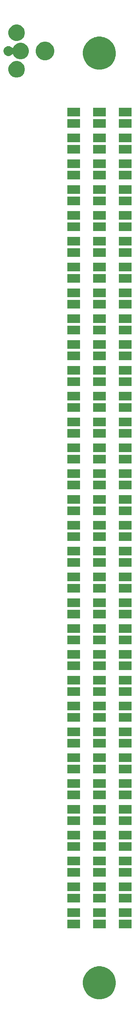
<source format=gts>
G04 #@! TF.GenerationSoftware,KiCad,Pcbnew,5.0.2-bee76a0~70~ubuntu18.04.1*
G04 #@! TF.CreationDate,2020-04-21T07:34:43-07:00*
G04 #@! TF.ProjectId,hallway_backlight,68616c6c-7761-4795-9f62-61636b6c6967,1.0*
G04 #@! TF.SameCoordinates,Original*
G04 #@! TF.FileFunction,Soldermask,Top*
G04 #@! TF.FilePolarity,Negative*
%FSLAX46Y46*%
G04 Gerber Fmt 4.6, Leading zero omitted, Abs format (unit mm)*
G04 Created by KiCad (PCBNEW 5.0.2-bee76a0~70~ubuntu18.04.1) date Tue 21 Apr 2020 07:34:43 AM PDT*
%MOMM*%
%LPD*%
G01*
G04 APERTURE LIST*
%ADD10C,0.150000*%
G04 APERTURE END LIST*
D10*
G36*
X127923706Y-284965118D02*
X128185425Y-285017177D01*
X128491777Y-285144072D01*
X128925025Y-285323529D01*
X129590652Y-285768287D01*
X130156713Y-286334348D01*
X130601471Y-286999975D01*
X130907823Y-287739576D01*
X131064000Y-288524729D01*
X131064000Y-289325271D01*
X130907823Y-290110424D01*
X130601471Y-290850025D01*
X130156713Y-291515652D01*
X129590652Y-292081713D01*
X128925025Y-292526471D01*
X128491777Y-292705928D01*
X128185425Y-292832823D01*
X127923706Y-292884882D01*
X127400271Y-292989000D01*
X126599729Y-292989000D01*
X126076294Y-292884882D01*
X125814575Y-292832823D01*
X125508223Y-292705928D01*
X125074975Y-292526471D01*
X124409348Y-292081713D01*
X123843287Y-291515652D01*
X123398529Y-290850025D01*
X123092177Y-290110424D01*
X122936000Y-289325271D01*
X122936000Y-288524729D01*
X123092177Y-287739576D01*
X123398529Y-286999975D01*
X123843287Y-286334348D01*
X124409348Y-285768287D01*
X125074975Y-285323529D01*
X125508223Y-285144072D01*
X125814575Y-285017177D01*
X126076294Y-284965118D01*
X126599729Y-284861000D01*
X127400271Y-284861000D01*
X127923706Y-284965118D01*
X127923706Y-284965118D01*
G37*
G36*
X134899400Y-275501100D02*
X131800600Y-275501100D01*
X131800600Y-273392900D01*
X134899400Y-273392900D01*
X134899400Y-275501100D01*
X134899400Y-275501100D01*
G37*
G36*
X122199400Y-275501100D02*
X119100600Y-275501100D01*
X119100600Y-273392900D01*
X122199400Y-273392900D01*
X122199400Y-275501100D01*
X122199400Y-275501100D01*
G37*
G36*
X128549400Y-275501100D02*
X125450600Y-275501100D01*
X125450600Y-273392900D01*
X128549400Y-273392900D01*
X128549400Y-275501100D01*
X128549400Y-275501100D01*
G37*
G36*
X122199400Y-272707100D02*
X119100600Y-272707100D01*
X119100600Y-270598900D01*
X122199400Y-270598900D01*
X122199400Y-272707100D01*
X122199400Y-272707100D01*
G37*
G36*
X128549400Y-272707100D02*
X125450600Y-272707100D01*
X125450600Y-270598900D01*
X128549400Y-270598900D01*
X128549400Y-272707100D01*
X128549400Y-272707100D01*
G37*
G36*
X134899400Y-272707100D02*
X131800600Y-272707100D01*
X131800600Y-270598900D01*
X134899400Y-270598900D01*
X134899400Y-272707100D01*
X134899400Y-272707100D01*
G37*
G36*
X134899400Y-269151100D02*
X131800600Y-269151100D01*
X131800600Y-267042900D01*
X134899400Y-267042900D01*
X134899400Y-269151100D01*
X134899400Y-269151100D01*
G37*
G36*
X128549400Y-269151100D02*
X125450600Y-269151100D01*
X125450600Y-267042900D01*
X128549400Y-267042900D01*
X128549400Y-269151100D01*
X128549400Y-269151100D01*
G37*
G36*
X122199400Y-269151100D02*
X119100600Y-269151100D01*
X119100600Y-267042900D01*
X122199400Y-267042900D01*
X122199400Y-269151100D01*
X122199400Y-269151100D01*
G37*
G36*
X134899400Y-266357100D02*
X131800600Y-266357100D01*
X131800600Y-264248900D01*
X134899400Y-264248900D01*
X134899400Y-266357100D01*
X134899400Y-266357100D01*
G37*
G36*
X128549400Y-266357100D02*
X125450600Y-266357100D01*
X125450600Y-264248900D01*
X128549400Y-264248900D01*
X128549400Y-266357100D01*
X128549400Y-266357100D01*
G37*
G36*
X122199400Y-266357100D02*
X119100600Y-266357100D01*
X119100600Y-264248900D01*
X122199400Y-264248900D01*
X122199400Y-266357100D01*
X122199400Y-266357100D01*
G37*
G36*
X128549400Y-262801100D02*
X125450600Y-262801100D01*
X125450600Y-260692900D01*
X128549400Y-260692900D01*
X128549400Y-262801100D01*
X128549400Y-262801100D01*
G37*
G36*
X122199400Y-262801100D02*
X119100600Y-262801100D01*
X119100600Y-260692900D01*
X122199400Y-260692900D01*
X122199400Y-262801100D01*
X122199400Y-262801100D01*
G37*
G36*
X134899400Y-262801100D02*
X131800600Y-262801100D01*
X131800600Y-260692900D01*
X134899400Y-260692900D01*
X134899400Y-262801100D01*
X134899400Y-262801100D01*
G37*
G36*
X134899400Y-260007100D02*
X131800600Y-260007100D01*
X131800600Y-257898900D01*
X134899400Y-257898900D01*
X134899400Y-260007100D01*
X134899400Y-260007100D01*
G37*
G36*
X128549400Y-260007100D02*
X125450600Y-260007100D01*
X125450600Y-257898900D01*
X128549400Y-257898900D01*
X128549400Y-260007100D01*
X128549400Y-260007100D01*
G37*
G36*
X122199400Y-260007100D02*
X119100600Y-260007100D01*
X119100600Y-257898900D01*
X122199400Y-257898900D01*
X122199400Y-260007100D01*
X122199400Y-260007100D01*
G37*
G36*
X128549400Y-256451100D02*
X125450600Y-256451100D01*
X125450600Y-254342900D01*
X128549400Y-254342900D01*
X128549400Y-256451100D01*
X128549400Y-256451100D01*
G37*
G36*
X134899400Y-256451100D02*
X131800600Y-256451100D01*
X131800600Y-254342900D01*
X134899400Y-254342900D01*
X134899400Y-256451100D01*
X134899400Y-256451100D01*
G37*
G36*
X122199400Y-256451100D02*
X119100600Y-256451100D01*
X119100600Y-254342900D01*
X122199400Y-254342900D01*
X122199400Y-256451100D01*
X122199400Y-256451100D01*
G37*
G36*
X122199400Y-253657100D02*
X119100600Y-253657100D01*
X119100600Y-251548900D01*
X122199400Y-251548900D01*
X122199400Y-253657100D01*
X122199400Y-253657100D01*
G37*
G36*
X128549400Y-253657100D02*
X125450600Y-253657100D01*
X125450600Y-251548900D01*
X128549400Y-251548900D01*
X128549400Y-253657100D01*
X128549400Y-253657100D01*
G37*
G36*
X134899400Y-253657100D02*
X131800600Y-253657100D01*
X131800600Y-251548900D01*
X134899400Y-251548900D01*
X134899400Y-253657100D01*
X134899400Y-253657100D01*
G37*
G36*
X122199400Y-250101100D02*
X119100600Y-250101100D01*
X119100600Y-247992900D01*
X122199400Y-247992900D01*
X122199400Y-250101100D01*
X122199400Y-250101100D01*
G37*
G36*
X128549400Y-250101100D02*
X125450600Y-250101100D01*
X125450600Y-247992900D01*
X128549400Y-247992900D01*
X128549400Y-250101100D01*
X128549400Y-250101100D01*
G37*
G36*
X134899400Y-250101100D02*
X131800600Y-250101100D01*
X131800600Y-247992900D01*
X134899400Y-247992900D01*
X134899400Y-250101100D01*
X134899400Y-250101100D01*
G37*
G36*
X122199400Y-247307100D02*
X119100600Y-247307100D01*
X119100600Y-245198900D01*
X122199400Y-245198900D01*
X122199400Y-247307100D01*
X122199400Y-247307100D01*
G37*
G36*
X128549400Y-247307100D02*
X125450600Y-247307100D01*
X125450600Y-245198900D01*
X128549400Y-245198900D01*
X128549400Y-247307100D01*
X128549400Y-247307100D01*
G37*
G36*
X134899400Y-247307100D02*
X131800600Y-247307100D01*
X131800600Y-245198900D01*
X134899400Y-245198900D01*
X134899400Y-247307100D01*
X134899400Y-247307100D01*
G37*
G36*
X134899400Y-243751100D02*
X131800600Y-243751100D01*
X131800600Y-241642900D01*
X134899400Y-241642900D01*
X134899400Y-243751100D01*
X134899400Y-243751100D01*
G37*
G36*
X128549400Y-243751100D02*
X125450600Y-243751100D01*
X125450600Y-241642900D01*
X128549400Y-241642900D01*
X128549400Y-243751100D01*
X128549400Y-243751100D01*
G37*
G36*
X122199400Y-243751100D02*
X119100600Y-243751100D01*
X119100600Y-241642900D01*
X122199400Y-241642900D01*
X122199400Y-243751100D01*
X122199400Y-243751100D01*
G37*
G36*
X134899400Y-240957100D02*
X131800600Y-240957100D01*
X131800600Y-238848900D01*
X134899400Y-238848900D01*
X134899400Y-240957100D01*
X134899400Y-240957100D01*
G37*
G36*
X122199400Y-240957100D02*
X119100600Y-240957100D01*
X119100600Y-238848900D01*
X122199400Y-238848900D01*
X122199400Y-240957100D01*
X122199400Y-240957100D01*
G37*
G36*
X128549400Y-240957100D02*
X125450600Y-240957100D01*
X125450600Y-238848900D01*
X128549400Y-238848900D01*
X128549400Y-240957100D01*
X128549400Y-240957100D01*
G37*
G36*
X122199400Y-237401100D02*
X119100600Y-237401100D01*
X119100600Y-235292900D01*
X122199400Y-235292900D01*
X122199400Y-237401100D01*
X122199400Y-237401100D01*
G37*
G36*
X134899400Y-237401100D02*
X131800600Y-237401100D01*
X131800600Y-235292900D01*
X134899400Y-235292900D01*
X134899400Y-237401100D01*
X134899400Y-237401100D01*
G37*
G36*
X128549400Y-237401100D02*
X125450600Y-237401100D01*
X125450600Y-235292900D01*
X128549400Y-235292900D01*
X128549400Y-237401100D01*
X128549400Y-237401100D01*
G37*
G36*
X128549400Y-234607100D02*
X125450600Y-234607100D01*
X125450600Y-232498900D01*
X128549400Y-232498900D01*
X128549400Y-234607100D01*
X128549400Y-234607100D01*
G37*
G36*
X122199400Y-234607100D02*
X119100600Y-234607100D01*
X119100600Y-232498900D01*
X122199400Y-232498900D01*
X122199400Y-234607100D01*
X122199400Y-234607100D01*
G37*
G36*
X134899400Y-234607100D02*
X131800600Y-234607100D01*
X131800600Y-232498900D01*
X134899400Y-232498900D01*
X134899400Y-234607100D01*
X134899400Y-234607100D01*
G37*
G36*
X128549400Y-231051100D02*
X125450600Y-231051100D01*
X125450600Y-228942900D01*
X128549400Y-228942900D01*
X128549400Y-231051100D01*
X128549400Y-231051100D01*
G37*
G36*
X134899400Y-231051100D02*
X131800600Y-231051100D01*
X131800600Y-228942900D01*
X134899400Y-228942900D01*
X134899400Y-231051100D01*
X134899400Y-231051100D01*
G37*
G36*
X122199400Y-231051100D02*
X119100600Y-231051100D01*
X119100600Y-228942900D01*
X122199400Y-228942900D01*
X122199400Y-231051100D01*
X122199400Y-231051100D01*
G37*
G36*
X134899400Y-228257100D02*
X131800600Y-228257100D01*
X131800600Y-226148900D01*
X134899400Y-226148900D01*
X134899400Y-228257100D01*
X134899400Y-228257100D01*
G37*
G36*
X128549400Y-228257100D02*
X125450600Y-228257100D01*
X125450600Y-226148900D01*
X128549400Y-226148900D01*
X128549400Y-228257100D01*
X128549400Y-228257100D01*
G37*
G36*
X122199400Y-228257100D02*
X119100600Y-228257100D01*
X119100600Y-226148900D01*
X122199400Y-226148900D01*
X122199400Y-228257100D01*
X122199400Y-228257100D01*
G37*
G36*
X128549400Y-224701100D02*
X125450600Y-224701100D01*
X125450600Y-222592900D01*
X128549400Y-222592900D01*
X128549400Y-224701100D01*
X128549400Y-224701100D01*
G37*
G36*
X134899400Y-224701100D02*
X131800600Y-224701100D01*
X131800600Y-222592900D01*
X134899400Y-222592900D01*
X134899400Y-224701100D01*
X134899400Y-224701100D01*
G37*
G36*
X122199400Y-224701100D02*
X119100600Y-224701100D01*
X119100600Y-222592900D01*
X122199400Y-222592900D01*
X122199400Y-224701100D01*
X122199400Y-224701100D01*
G37*
G36*
X134899400Y-221907100D02*
X131800600Y-221907100D01*
X131800600Y-219798900D01*
X134899400Y-219798900D01*
X134899400Y-221907100D01*
X134899400Y-221907100D01*
G37*
G36*
X122199400Y-221907100D02*
X119100600Y-221907100D01*
X119100600Y-219798900D01*
X122199400Y-219798900D01*
X122199400Y-221907100D01*
X122199400Y-221907100D01*
G37*
G36*
X128549400Y-221907100D02*
X125450600Y-221907100D01*
X125450600Y-219798900D01*
X128549400Y-219798900D01*
X128549400Y-221907100D01*
X128549400Y-221907100D01*
G37*
G36*
X128549400Y-218351100D02*
X125450600Y-218351100D01*
X125450600Y-216242900D01*
X128549400Y-216242900D01*
X128549400Y-218351100D01*
X128549400Y-218351100D01*
G37*
G36*
X122199400Y-218351100D02*
X119100600Y-218351100D01*
X119100600Y-216242900D01*
X122199400Y-216242900D01*
X122199400Y-218351100D01*
X122199400Y-218351100D01*
G37*
G36*
X134899400Y-218351100D02*
X131800600Y-218351100D01*
X131800600Y-216242900D01*
X134899400Y-216242900D01*
X134899400Y-218351100D01*
X134899400Y-218351100D01*
G37*
G36*
X128549400Y-215557100D02*
X125450600Y-215557100D01*
X125450600Y-213448900D01*
X128549400Y-213448900D01*
X128549400Y-215557100D01*
X128549400Y-215557100D01*
G37*
G36*
X122199400Y-215557100D02*
X119100600Y-215557100D01*
X119100600Y-213448900D01*
X122199400Y-213448900D01*
X122199400Y-215557100D01*
X122199400Y-215557100D01*
G37*
G36*
X134899400Y-215557100D02*
X131800600Y-215557100D01*
X131800600Y-213448900D01*
X134899400Y-213448900D01*
X134899400Y-215557100D01*
X134899400Y-215557100D01*
G37*
G36*
X122199400Y-212001100D02*
X119100600Y-212001100D01*
X119100600Y-209892900D01*
X122199400Y-209892900D01*
X122199400Y-212001100D01*
X122199400Y-212001100D01*
G37*
G36*
X134899400Y-212001100D02*
X131800600Y-212001100D01*
X131800600Y-209892900D01*
X134899400Y-209892900D01*
X134899400Y-212001100D01*
X134899400Y-212001100D01*
G37*
G36*
X128549400Y-212001100D02*
X125450600Y-212001100D01*
X125450600Y-209892900D01*
X128549400Y-209892900D01*
X128549400Y-212001100D01*
X128549400Y-212001100D01*
G37*
G36*
X128549400Y-209207100D02*
X125450600Y-209207100D01*
X125450600Y-207098900D01*
X128549400Y-207098900D01*
X128549400Y-209207100D01*
X128549400Y-209207100D01*
G37*
G36*
X134899400Y-209207100D02*
X131800600Y-209207100D01*
X131800600Y-207098900D01*
X134899400Y-207098900D01*
X134899400Y-209207100D01*
X134899400Y-209207100D01*
G37*
G36*
X122199400Y-209207100D02*
X119100600Y-209207100D01*
X119100600Y-207098900D01*
X122199400Y-207098900D01*
X122199400Y-209207100D01*
X122199400Y-209207100D01*
G37*
G36*
X134899400Y-205651100D02*
X131800600Y-205651100D01*
X131800600Y-203542900D01*
X134899400Y-203542900D01*
X134899400Y-205651100D01*
X134899400Y-205651100D01*
G37*
G36*
X128549400Y-205651100D02*
X125450600Y-205651100D01*
X125450600Y-203542900D01*
X128549400Y-203542900D01*
X128549400Y-205651100D01*
X128549400Y-205651100D01*
G37*
G36*
X122199400Y-205651100D02*
X119100600Y-205651100D01*
X119100600Y-203542900D01*
X122199400Y-203542900D01*
X122199400Y-205651100D01*
X122199400Y-205651100D01*
G37*
G36*
X128549400Y-202857100D02*
X125450600Y-202857100D01*
X125450600Y-200748900D01*
X128549400Y-200748900D01*
X128549400Y-202857100D01*
X128549400Y-202857100D01*
G37*
G36*
X134899400Y-202857100D02*
X131800600Y-202857100D01*
X131800600Y-200748900D01*
X134899400Y-200748900D01*
X134899400Y-202857100D01*
X134899400Y-202857100D01*
G37*
G36*
X122199400Y-202857100D02*
X119100600Y-202857100D01*
X119100600Y-200748900D01*
X122199400Y-200748900D01*
X122199400Y-202857100D01*
X122199400Y-202857100D01*
G37*
G36*
X134899400Y-199301100D02*
X131800600Y-199301100D01*
X131800600Y-197192900D01*
X134899400Y-197192900D01*
X134899400Y-199301100D01*
X134899400Y-199301100D01*
G37*
G36*
X122199400Y-199301100D02*
X119100600Y-199301100D01*
X119100600Y-197192900D01*
X122199400Y-197192900D01*
X122199400Y-199301100D01*
X122199400Y-199301100D01*
G37*
G36*
X128549400Y-199301100D02*
X125450600Y-199301100D01*
X125450600Y-197192900D01*
X128549400Y-197192900D01*
X128549400Y-199301100D01*
X128549400Y-199301100D01*
G37*
G36*
X134899400Y-196507100D02*
X131800600Y-196507100D01*
X131800600Y-194398900D01*
X134899400Y-194398900D01*
X134899400Y-196507100D01*
X134899400Y-196507100D01*
G37*
G36*
X128549400Y-196507100D02*
X125450600Y-196507100D01*
X125450600Y-194398900D01*
X128549400Y-194398900D01*
X128549400Y-196507100D01*
X128549400Y-196507100D01*
G37*
G36*
X122199400Y-196507100D02*
X119100600Y-196507100D01*
X119100600Y-194398900D01*
X122199400Y-194398900D01*
X122199400Y-196507100D01*
X122199400Y-196507100D01*
G37*
G36*
X134899400Y-192951100D02*
X131800600Y-192951100D01*
X131800600Y-190842900D01*
X134899400Y-190842900D01*
X134899400Y-192951100D01*
X134899400Y-192951100D01*
G37*
G36*
X122199400Y-192951100D02*
X119100600Y-192951100D01*
X119100600Y-190842900D01*
X122199400Y-190842900D01*
X122199400Y-192951100D01*
X122199400Y-192951100D01*
G37*
G36*
X128549400Y-192951100D02*
X125450600Y-192951100D01*
X125450600Y-190842900D01*
X128549400Y-190842900D01*
X128549400Y-192951100D01*
X128549400Y-192951100D01*
G37*
G36*
X134899400Y-190157100D02*
X131800600Y-190157100D01*
X131800600Y-188048900D01*
X134899400Y-188048900D01*
X134899400Y-190157100D01*
X134899400Y-190157100D01*
G37*
G36*
X128549400Y-190157100D02*
X125450600Y-190157100D01*
X125450600Y-188048900D01*
X128549400Y-188048900D01*
X128549400Y-190157100D01*
X128549400Y-190157100D01*
G37*
G36*
X122199400Y-190157100D02*
X119100600Y-190157100D01*
X119100600Y-188048900D01*
X122199400Y-188048900D01*
X122199400Y-190157100D01*
X122199400Y-190157100D01*
G37*
G36*
X122199400Y-186601100D02*
X119100600Y-186601100D01*
X119100600Y-184492900D01*
X122199400Y-184492900D01*
X122199400Y-186601100D01*
X122199400Y-186601100D01*
G37*
G36*
X128549400Y-186601100D02*
X125450600Y-186601100D01*
X125450600Y-184492900D01*
X128549400Y-184492900D01*
X128549400Y-186601100D01*
X128549400Y-186601100D01*
G37*
G36*
X134899400Y-186601100D02*
X131800600Y-186601100D01*
X131800600Y-184492900D01*
X134899400Y-184492900D01*
X134899400Y-186601100D01*
X134899400Y-186601100D01*
G37*
G36*
X122199400Y-183807100D02*
X119100600Y-183807100D01*
X119100600Y-181698900D01*
X122199400Y-181698900D01*
X122199400Y-183807100D01*
X122199400Y-183807100D01*
G37*
G36*
X134899400Y-183807100D02*
X131800600Y-183807100D01*
X131800600Y-181698900D01*
X134899400Y-181698900D01*
X134899400Y-183807100D01*
X134899400Y-183807100D01*
G37*
G36*
X128549400Y-183807100D02*
X125450600Y-183807100D01*
X125450600Y-181698900D01*
X128549400Y-181698900D01*
X128549400Y-183807100D01*
X128549400Y-183807100D01*
G37*
G36*
X128549400Y-180251100D02*
X125450600Y-180251100D01*
X125450600Y-178142900D01*
X128549400Y-178142900D01*
X128549400Y-180251100D01*
X128549400Y-180251100D01*
G37*
G36*
X134899400Y-180251100D02*
X131800600Y-180251100D01*
X131800600Y-178142900D01*
X134899400Y-178142900D01*
X134899400Y-180251100D01*
X134899400Y-180251100D01*
G37*
G36*
X122199400Y-180251100D02*
X119100600Y-180251100D01*
X119100600Y-178142900D01*
X122199400Y-178142900D01*
X122199400Y-180251100D01*
X122199400Y-180251100D01*
G37*
G36*
X134899400Y-177457100D02*
X131800600Y-177457100D01*
X131800600Y-175348900D01*
X134899400Y-175348900D01*
X134899400Y-177457100D01*
X134899400Y-177457100D01*
G37*
G36*
X122199400Y-177457100D02*
X119100600Y-177457100D01*
X119100600Y-175348900D01*
X122199400Y-175348900D01*
X122199400Y-177457100D01*
X122199400Y-177457100D01*
G37*
G36*
X128549400Y-177457100D02*
X125450600Y-177457100D01*
X125450600Y-175348900D01*
X128549400Y-175348900D01*
X128549400Y-177457100D01*
X128549400Y-177457100D01*
G37*
G36*
X134899400Y-173901100D02*
X131800600Y-173901100D01*
X131800600Y-171792900D01*
X134899400Y-171792900D01*
X134899400Y-173901100D01*
X134899400Y-173901100D01*
G37*
G36*
X128549400Y-173901100D02*
X125450600Y-173901100D01*
X125450600Y-171792900D01*
X128549400Y-171792900D01*
X128549400Y-173901100D01*
X128549400Y-173901100D01*
G37*
G36*
X122199400Y-173901100D02*
X119100600Y-173901100D01*
X119100600Y-171792900D01*
X122199400Y-171792900D01*
X122199400Y-173901100D01*
X122199400Y-173901100D01*
G37*
G36*
X122199400Y-171107100D02*
X119100600Y-171107100D01*
X119100600Y-168998900D01*
X122199400Y-168998900D01*
X122199400Y-171107100D01*
X122199400Y-171107100D01*
G37*
G36*
X128549400Y-171107100D02*
X125450600Y-171107100D01*
X125450600Y-168998900D01*
X128549400Y-168998900D01*
X128549400Y-171107100D01*
X128549400Y-171107100D01*
G37*
G36*
X134899400Y-171107100D02*
X131800600Y-171107100D01*
X131800600Y-168998900D01*
X134899400Y-168998900D01*
X134899400Y-171107100D01*
X134899400Y-171107100D01*
G37*
G36*
X128549400Y-167551100D02*
X125450600Y-167551100D01*
X125450600Y-165442900D01*
X128549400Y-165442900D01*
X128549400Y-167551100D01*
X128549400Y-167551100D01*
G37*
G36*
X134899400Y-167551100D02*
X131800600Y-167551100D01*
X131800600Y-165442900D01*
X134899400Y-165442900D01*
X134899400Y-167551100D01*
X134899400Y-167551100D01*
G37*
G36*
X122199400Y-167551100D02*
X119100600Y-167551100D01*
X119100600Y-165442900D01*
X122199400Y-165442900D01*
X122199400Y-167551100D01*
X122199400Y-167551100D01*
G37*
G36*
X128549400Y-164757100D02*
X125450600Y-164757100D01*
X125450600Y-162648900D01*
X128549400Y-162648900D01*
X128549400Y-164757100D01*
X128549400Y-164757100D01*
G37*
G36*
X134899400Y-164757100D02*
X131800600Y-164757100D01*
X131800600Y-162648900D01*
X134899400Y-162648900D01*
X134899400Y-164757100D01*
X134899400Y-164757100D01*
G37*
G36*
X122199400Y-164757100D02*
X119100600Y-164757100D01*
X119100600Y-162648900D01*
X122199400Y-162648900D01*
X122199400Y-164757100D01*
X122199400Y-164757100D01*
G37*
G36*
X122199400Y-161201100D02*
X119100600Y-161201100D01*
X119100600Y-159092900D01*
X122199400Y-159092900D01*
X122199400Y-161201100D01*
X122199400Y-161201100D01*
G37*
G36*
X134899400Y-161201100D02*
X131800600Y-161201100D01*
X131800600Y-159092900D01*
X134899400Y-159092900D01*
X134899400Y-161201100D01*
X134899400Y-161201100D01*
G37*
G36*
X128549400Y-161201100D02*
X125450600Y-161201100D01*
X125450600Y-159092900D01*
X128549400Y-159092900D01*
X128549400Y-161201100D01*
X128549400Y-161201100D01*
G37*
G36*
X128549400Y-158407100D02*
X125450600Y-158407100D01*
X125450600Y-156298900D01*
X128549400Y-156298900D01*
X128549400Y-158407100D01*
X128549400Y-158407100D01*
G37*
G36*
X134899400Y-158407100D02*
X131800600Y-158407100D01*
X131800600Y-156298900D01*
X134899400Y-156298900D01*
X134899400Y-158407100D01*
X134899400Y-158407100D01*
G37*
G36*
X122199400Y-158407100D02*
X119100600Y-158407100D01*
X119100600Y-156298900D01*
X122199400Y-156298900D01*
X122199400Y-158407100D01*
X122199400Y-158407100D01*
G37*
G36*
X128549400Y-154851100D02*
X125450600Y-154851100D01*
X125450600Y-152742900D01*
X128549400Y-152742900D01*
X128549400Y-154851100D01*
X128549400Y-154851100D01*
G37*
G36*
X122199400Y-154851100D02*
X119100600Y-154851100D01*
X119100600Y-152742900D01*
X122199400Y-152742900D01*
X122199400Y-154851100D01*
X122199400Y-154851100D01*
G37*
G36*
X134899400Y-154851100D02*
X131800600Y-154851100D01*
X131800600Y-152742900D01*
X134899400Y-152742900D01*
X134899400Y-154851100D01*
X134899400Y-154851100D01*
G37*
G36*
X134899400Y-152057100D02*
X131800600Y-152057100D01*
X131800600Y-149948900D01*
X134899400Y-149948900D01*
X134899400Y-152057100D01*
X134899400Y-152057100D01*
G37*
G36*
X122199400Y-152057100D02*
X119100600Y-152057100D01*
X119100600Y-149948900D01*
X122199400Y-149948900D01*
X122199400Y-152057100D01*
X122199400Y-152057100D01*
G37*
G36*
X128549400Y-152057100D02*
X125450600Y-152057100D01*
X125450600Y-149948900D01*
X128549400Y-149948900D01*
X128549400Y-152057100D01*
X128549400Y-152057100D01*
G37*
G36*
X122199400Y-148501100D02*
X119100600Y-148501100D01*
X119100600Y-146392900D01*
X122199400Y-146392900D01*
X122199400Y-148501100D01*
X122199400Y-148501100D01*
G37*
G36*
X134899400Y-148501100D02*
X131800600Y-148501100D01*
X131800600Y-146392900D01*
X134899400Y-146392900D01*
X134899400Y-148501100D01*
X134899400Y-148501100D01*
G37*
G36*
X128549400Y-148501100D02*
X125450600Y-148501100D01*
X125450600Y-146392900D01*
X128549400Y-146392900D01*
X128549400Y-148501100D01*
X128549400Y-148501100D01*
G37*
G36*
X122199400Y-145707100D02*
X119100600Y-145707100D01*
X119100600Y-143598900D01*
X122199400Y-143598900D01*
X122199400Y-145707100D01*
X122199400Y-145707100D01*
G37*
G36*
X128549400Y-145707100D02*
X125450600Y-145707100D01*
X125450600Y-143598900D01*
X128549400Y-143598900D01*
X128549400Y-145707100D01*
X128549400Y-145707100D01*
G37*
G36*
X134899400Y-145707100D02*
X131800600Y-145707100D01*
X131800600Y-143598900D01*
X134899400Y-143598900D01*
X134899400Y-145707100D01*
X134899400Y-145707100D01*
G37*
G36*
X122199400Y-142151100D02*
X119100600Y-142151100D01*
X119100600Y-140042900D01*
X122199400Y-140042900D01*
X122199400Y-142151100D01*
X122199400Y-142151100D01*
G37*
G36*
X134899400Y-142151100D02*
X131800600Y-142151100D01*
X131800600Y-140042900D01*
X134899400Y-140042900D01*
X134899400Y-142151100D01*
X134899400Y-142151100D01*
G37*
G36*
X128549400Y-142151100D02*
X125450600Y-142151100D01*
X125450600Y-140042900D01*
X128549400Y-140042900D01*
X128549400Y-142151100D01*
X128549400Y-142151100D01*
G37*
G36*
X128549400Y-139357100D02*
X125450600Y-139357100D01*
X125450600Y-137248900D01*
X128549400Y-137248900D01*
X128549400Y-139357100D01*
X128549400Y-139357100D01*
G37*
G36*
X122199400Y-139357100D02*
X119100600Y-139357100D01*
X119100600Y-137248900D01*
X122199400Y-137248900D01*
X122199400Y-139357100D01*
X122199400Y-139357100D01*
G37*
G36*
X134899400Y-139357100D02*
X131800600Y-139357100D01*
X131800600Y-137248900D01*
X134899400Y-137248900D01*
X134899400Y-139357100D01*
X134899400Y-139357100D01*
G37*
G36*
X128549400Y-135801100D02*
X125450600Y-135801100D01*
X125450600Y-133692900D01*
X128549400Y-133692900D01*
X128549400Y-135801100D01*
X128549400Y-135801100D01*
G37*
G36*
X122199400Y-135801100D02*
X119100600Y-135801100D01*
X119100600Y-133692900D01*
X122199400Y-133692900D01*
X122199400Y-135801100D01*
X122199400Y-135801100D01*
G37*
G36*
X134899400Y-135801100D02*
X131800600Y-135801100D01*
X131800600Y-133692900D01*
X134899400Y-133692900D01*
X134899400Y-135801100D01*
X134899400Y-135801100D01*
G37*
G36*
X128549400Y-133007100D02*
X125450600Y-133007100D01*
X125450600Y-130898900D01*
X128549400Y-130898900D01*
X128549400Y-133007100D01*
X128549400Y-133007100D01*
G37*
G36*
X134899400Y-133007100D02*
X131800600Y-133007100D01*
X131800600Y-130898900D01*
X134899400Y-130898900D01*
X134899400Y-133007100D01*
X134899400Y-133007100D01*
G37*
G36*
X122199400Y-133007100D02*
X119100600Y-133007100D01*
X119100600Y-130898900D01*
X122199400Y-130898900D01*
X122199400Y-133007100D01*
X122199400Y-133007100D01*
G37*
G36*
X122199400Y-129451100D02*
X119100600Y-129451100D01*
X119100600Y-127342900D01*
X122199400Y-127342900D01*
X122199400Y-129451100D01*
X122199400Y-129451100D01*
G37*
G36*
X128549400Y-129451100D02*
X125450600Y-129451100D01*
X125450600Y-127342900D01*
X128549400Y-127342900D01*
X128549400Y-129451100D01*
X128549400Y-129451100D01*
G37*
G36*
X134899400Y-129451100D02*
X131800600Y-129451100D01*
X131800600Y-127342900D01*
X134899400Y-127342900D01*
X134899400Y-129451100D01*
X134899400Y-129451100D01*
G37*
G36*
X134899400Y-126657100D02*
X131800600Y-126657100D01*
X131800600Y-124548900D01*
X134899400Y-124548900D01*
X134899400Y-126657100D01*
X134899400Y-126657100D01*
G37*
G36*
X128549400Y-126657100D02*
X125450600Y-126657100D01*
X125450600Y-124548900D01*
X128549400Y-124548900D01*
X128549400Y-126657100D01*
X128549400Y-126657100D01*
G37*
G36*
X122199400Y-126657100D02*
X119100600Y-126657100D01*
X119100600Y-124548900D01*
X122199400Y-124548900D01*
X122199400Y-126657100D01*
X122199400Y-126657100D01*
G37*
G36*
X128549400Y-123101100D02*
X125450600Y-123101100D01*
X125450600Y-120992900D01*
X128549400Y-120992900D01*
X128549400Y-123101100D01*
X128549400Y-123101100D01*
G37*
G36*
X134899400Y-123101100D02*
X131800600Y-123101100D01*
X131800600Y-120992900D01*
X134899400Y-120992900D01*
X134899400Y-123101100D01*
X134899400Y-123101100D01*
G37*
G36*
X122199400Y-123101100D02*
X119100600Y-123101100D01*
X119100600Y-120992900D01*
X122199400Y-120992900D01*
X122199400Y-123101100D01*
X122199400Y-123101100D01*
G37*
G36*
X128549400Y-120307100D02*
X125450600Y-120307100D01*
X125450600Y-118198900D01*
X128549400Y-118198900D01*
X128549400Y-120307100D01*
X128549400Y-120307100D01*
G37*
G36*
X122199400Y-120307100D02*
X119100600Y-120307100D01*
X119100600Y-118198900D01*
X122199400Y-118198900D01*
X122199400Y-120307100D01*
X122199400Y-120307100D01*
G37*
G36*
X134899400Y-120307100D02*
X131800600Y-120307100D01*
X131800600Y-118198900D01*
X134899400Y-118198900D01*
X134899400Y-120307100D01*
X134899400Y-120307100D01*
G37*
G36*
X122199400Y-116751100D02*
X119100600Y-116751100D01*
X119100600Y-114642900D01*
X122199400Y-114642900D01*
X122199400Y-116751100D01*
X122199400Y-116751100D01*
G37*
G36*
X134899400Y-116751100D02*
X131800600Y-116751100D01*
X131800600Y-114642900D01*
X134899400Y-114642900D01*
X134899400Y-116751100D01*
X134899400Y-116751100D01*
G37*
G36*
X128549400Y-116751100D02*
X125450600Y-116751100D01*
X125450600Y-114642900D01*
X128549400Y-114642900D01*
X128549400Y-116751100D01*
X128549400Y-116751100D01*
G37*
G36*
X134899400Y-113957100D02*
X131800600Y-113957100D01*
X131800600Y-111848900D01*
X134899400Y-111848900D01*
X134899400Y-113957100D01*
X134899400Y-113957100D01*
G37*
G36*
X122199400Y-113957100D02*
X119100600Y-113957100D01*
X119100600Y-111848900D01*
X122199400Y-111848900D01*
X122199400Y-113957100D01*
X122199400Y-113957100D01*
G37*
G36*
X128549400Y-113957100D02*
X125450600Y-113957100D01*
X125450600Y-111848900D01*
X128549400Y-111848900D01*
X128549400Y-113957100D01*
X128549400Y-113957100D01*
G37*
G36*
X122199400Y-110401100D02*
X119100600Y-110401100D01*
X119100600Y-108292900D01*
X122199400Y-108292900D01*
X122199400Y-110401100D01*
X122199400Y-110401100D01*
G37*
G36*
X134899400Y-110401100D02*
X131800600Y-110401100D01*
X131800600Y-108292900D01*
X134899400Y-108292900D01*
X134899400Y-110401100D01*
X134899400Y-110401100D01*
G37*
G36*
X128549400Y-110401100D02*
X125450600Y-110401100D01*
X125450600Y-108292900D01*
X128549400Y-108292900D01*
X128549400Y-110401100D01*
X128549400Y-110401100D01*
G37*
G36*
X128549400Y-107607100D02*
X125450600Y-107607100D01*
X125450600Y-105498900D01*
X128549400Y-105498900D01*
X128549400Y-107607100D01*
X128549400Y-107607100D01*
G37*
G36*
X122199400Y-107607100D02*
X119100600Y-107607100D01*
X119100600Y-105498900D01*
X122199400Y-105498900D01*
X122199400Y-107607100D01*
X122199400Y-107607100D01*
G37*
G36*
X134899400Y-107607100D02*
X131800600Y-107607100D01*
X131800600Y-105498900D01*
X134899400Y-105498900D01*
X134899400Y-107607100D01*
X134899400Y-107607100D01*
G37*
G36*
X134899400Y-104051100D02*
X131800600Y-104051100D01*
X131800600Y-101942900D01*
X134899400Y-101942900D01*
X134899400Y-104051100D01*
X134899400Y-104051100D01*
G37*
G36*
X128549400Y-104051100D02*
X125450600Y-104051100D01*
X125450600Y-101942900D01*
X128549400Y-101942900D01*
X128549400Y-104051100D01*
X128549400Y-104051100D01*
G37*
G36*
X122199400Y-104051100D02*
X119100600Y-104051100D01*
X119100600Y-101942900D01*
X122199400Y-101942900D01*
X122199400Y-104051100D01*
X122199400Y-104051100D01*
G37*
G36*
X128549400Y-101257100D02*
X125450600Y-101257100D01*
X125450600Y-99148900D01*
X128549400Y-99148900D01*
X128549400Y-101257100D01*
X128549400Y-101257100D01*
G37*
G36*
X122199400Y-101257100D02*
X119100600Y-101257100D01*
X119100600Y-99148900D01*
X122199400Y-99148900D01*
X122199400Y-101257100D01*
X122199400Y-101257100D01*
G37*
G36*
X134899400Y-101257100D02*
X131800600Y-101257100D01*
X131800600Y-99148900D01*
X134899400Y-99148900D01*
X134899400Y-101257100D01*
X134899400Y-101257100D01*
G37*
G36*
X134899400Y-97701100D02*
X131800600Y-97701100D01*
X131800600Y-95592900D01*
X134899400Y-95592900D01*
X134899400Y-97701100D01*
X134899400Y-97701100D01*
G37*
G36*
X128549400Y-97701100D02*
X125450600Y-97701100D01*
X125450600Y-95592900D01*
X128549400Y-95592900D01*
X128549400Y-97701100D01*
X128549400Y-97701100D01*
G37*
G36*
X122199400Y-97701100D02*
X119100600Y-97701100D01*
X119100600Y-95592900D01*
X122199400Y-95592900D01*
X122199400Y-97701100D01*
X122199400Y-97701100D01*
G37*
G36*
X122199400Y-94907100D02*
X119100600Y-94907100D01*
X119100600Y-92798900D01*
X122199400Y-92798900D01*
X122199400Y-94907100D01*
X122199400Y-94907100D01*
G37*
G36*
X134899400Y-94907100D02*
X131800600Y-94907100D01*
X131800600Y-92798900D01*
X134899400Y-92798900D01*
X134899400Y-94907100D01*
X134899400Y-94907100D01*
G37*
G36*
X128549400Y-94907100D02*
X125450600Y-94907100D01*
X125450600Y-92798900D01*
X128549400Y-92798900D01*
X128549400Y-94907100D01*
X128549400Y-94907100D01*
G37*
G36*
X134899400Y-91351100D02*
X131800600Y-91351100D01*
X131800600Y-89242900D01*
X134899400Y-89242900D01*
X134899400Y-91351100D01*
X134899400Y-91351100D01*
G37*
G36*
X122199400Y-91351100D02*
X119100600Y-91351100D01*
X119100600Y-89242900D01*
X122199400Y-89242900D01*
X122199400Y-91351100D01*
X122199400Y-91351100D01*
G37*
G36*
X128549400Y-91351100D02*
X125450600Y-91351100D01*
X125450600Y-89242900D01*
X128549400Y-89242900D01*
X128549400Y-91351100D01*
X128549400Y-91351100D01*
G37*
G36*
X122199400Y-88557100D02*
X119100600Y-88557100D01*
X119100600Y-86448900D01*
X122199400Y-86448900D01*
X122199400Y-88557100D01*
X122199400Y-88557100D01*
G37*
G36*
X134899400Y-88557100D02*
X131800600Y-88557100D01*
X131800600Y-86448900D01*
X134899400Y-86448900D01*
X134899400Y-88557100D01*
X134899400Y-88557100D01*
G37*
G36*
X128549400Y-88557100D02*
X125450600Y-88557100D01*
X125450600Y-86448900D01*
X128549400Y-86448900D01*
X128549400Y-88557100D01*
X128549400Y-88557100D01*
G37*
G36*
X134899400Y-85001100D02*
X131800600Y-85001100D01*
X131800600Y-82892900D01*
X134899400Y-82892900D01*
X134899400Y-85001100D01*
X134899400Y-85001100D01*
G37*
G36*
X122199400Y-85001100D02*
X119100600Y-85001100D01*
X119100600Y-82892900D01*
X122199400Y-82892900D01*
X122199400Y-85001100D01*
X122199400Y-85001100D01*
G37*
G36*
X128549400Y-85001100D02*
X125450600Y-85001100D01*
X125450600Y-82892900D01*
X128549400Y-82892900D01*
X128549400Y-85001100D01*
X128549400Y-85001100D01*
G37*
G36*
X134899400Y-82207100D02*
X131800600Y-82207100D01*
X131800600Y-80098900D01*
X134899400Y-80098900D01*
X134899400Y-82207100D01*
X134899400Y-82207100D01*
G37*
G36*
X122199400Y-82207100D02*
X119100600Y-82207100D01*
X119100600Y-80098900D01*
X122199400Y-80098900D01*
X122199400Y-82207100D01*
X122199400Y-82207100D01*
G37*
G36*
X128549400Y-82207100D02*
X125450600Y-82207100D01*
X125450600Y-80098900D01*
X128549400Y-80098900D01*
X128549400Y-82207100D01*
X128549400Y-82207100D01*
G37*
G36*
X122199400Y-78651100D02*
X119100600Y-78651100D01*
X119100600Y-76542900D01*
X122199400Y-76542900D01*
X122199400Y-78651100D01*
X122199400Y-78651100D01*
G37*
G36*
X134899400Y-78651100D02*
X131800600Y-78651100D01*
X131800600Y-76542900D01*
X134899400Y-76542900D01*
X134899400Y-78651100D01*
X134899400Y-78651100D01*
G37*
G36*
X128549400Y-78651100D02*
X125450600Y-78651100D01*
X125450600Y-76542900D01*
X128549400Y-76542900D01*
X128549400Y-78651100D01*
X128549400Y-78651100D01*
G37*
G36*
X122199400Y-75857100D02*
X119100600Y-75857100D01*
X119100600Y-73748900D01*
X122199400Y-73748900D01*
X122199400Y-75857100D01*
X122199400Y-75857100D01*
G37*
G36*
X134899400Y-75857100D02*
X131800600Y-75857100D01*
X131800600Y-73748900D01*
X134899400Y-73748900D01*
X134899400Y-75857100D01*
X134899400Y-75857100D01*
G37*
G36*
X128549400Y-75857100D02*
X125450600Y-75857100D01*
X125450600Y-73748900D01*
X128549400Y-73748900D01*
X128549400Y-75857100D01*
X128549400Y-75857100D01*
G37*
G36*
X107196512Y-62358888D02*
X107566310Y-62512063D01*
X107566313Y-62512065D01*
X107899125Y-62734443D01*
X108182157Y-63017475D01*
X108404535Y-63350287D01*
X108404537Y-63350290D01*
X108557712Y-63720088D01*
X108635800Y-64112664D01*
X108635800Y-64512936D01*
X108557712Y-64905512D01*
X108404537Y-65275310D01*
X108404535Y-65275313D01*
X108182157Y-65608125D01*
X107899125Y-65891157D01*
X107566313Y-66113535D01*
X107566310Y-66113537D01*
X107196512Y-66266712D01*
X106803936Y-66344800D01*
X106403664Y-66344800D01*
X106011088Y-66266712D01*
X105641290Y-66113537D01*
X105641287Y-66113535D01*
X105308475Y-65891157D01*
X105025443Y-65608125D01*
X104803065Y-65275313D01*
X104803063Y-65275310D01*
X104649888Y-64905512D01*
X104571800Y-64512936D01*
X104571800Y-64112664D01*
X104649888Y-63720088D01*
X104803063Y-63350290D01*
X104803065Y-63350287D01*
X105025443Y-63017475D01*
X105308475Y-62734443D01*
X105641287Y-62512065D01*
X105641290Y-62512063D01*
X106011088Y-62358888D01*
X106403664Y-62280800D01*
X106803936Y-62280800D01*
X107196512Y-62358888D01*
X107196512Y-62358888D01*
G37*
G36*
X127923706Y-56365118D02*
X128185425Y-56417177D01*
X128491777Y-56544072D01*
X128925025Y-56723529D01*
X129590652Y-57168287D01*
X130156713Y-57734348D01*
X130601471Y-58399975D01*
X130739900Y-58734173D01*
X130866496Y-59039802D01*
X130907823Y-59139576D01*
X131064000Y-59924729D01*
X131064000Y-60725271D01*
X131011472Y-60989347D01*
X130907823Y-61510425D01*
X130863373Y-61617737D01*
X130601471Y-62250025D01*
X130156713Y-62915652D01*
X129590652Y-63481713D01*
X128925025Y-63926471D01*
X128491777Y-64105928D01*
X128185425Y-64232823D01*
X127923706Y-64284882D01*
X127400271Y-64389000D01*
X126599729Y-64389000D01*
X126076294Y-64284882D01*
X125814575Y-64232823D01*
X125508223Y-64105928D01*
X125074975Y-63926471D01*
X124409348Y-63481713D01*
X123843287Y-62915652D01*
X123398529Y-62250025D01*
X123136627Y-61617737D01*
X123092177Y-61510425D01*
X122988528Y-60989347D01*
X122936000Y-60725271D01*
X122936000Y-59924729D01*
X123092177Y-59139576D01*
X123133505Y-59039802D01*
X123260100Y-58734173D01*
X123398529Y-58399975D01*
X123843287Y-57734348D01*
X124409348Y-57168287D01*
X125074975Y-56723529D01*
X125508223Y-56544072D01*
X125814575Y-56417177D01*
X126076294Y-56365118D01*
X126599729Y-56261000D01*
X127400271Y-56261000D01*
X127923706Y-56365118D01*
X127923706Y-56365118D01*
G37*
G36*
X114255601Y-57618849D02*
X114671626Y-57791172D01*
X115046043Y-58041350D01*
X115364450Y-58359757D01*
X115614628Y-58734174D01*
X115786951Y-59150199D01*
X115874800Y-59591847D01*
X115874800Y-60042153D01*
X115786951Y-60483801D01*
X115614628Y-60899826D01*
X115364450Y-61274243D01*
X115046043Y-61592650D01*
X114671626Y-61842828D01*
X114255601Y-62015151D01*
X113813953Y-62103000D01*
X113363647Y-62103000D01*
X112921999Y-62015151D01*
X112505974Y-61842828D01*
X112131557Y-61592650D01*
X111813150Y-61274243D01*
X111562972Y-60899826D01*
X111390649Y-60483801D01*
X111302800Y-60042153D01*
X111302800Y-59591847D01*
X111390649Y-59150199D01*
X111562972Y-58734174D01*
X111813150Y-58359757D01*
X112131557Y-58041350D01*
X112505974Y-57791172D01*
X112921999Y-57618849D01*
X113363647Y-57531000D01*
X113813953Y-57531000D01*
X114255601Y-57618849D01*
X114255601Y-57618849D01*
G37*
G36*
X108187112Y-57863088D02*
X108556910Y-58016263D01*
X108556913Y-58016265D01*
X108889725Y-58238643D01*
X109172757Y-58521675D01*
X109314744Y-58734174D01*
X109395137Y-58854490D01*
X109548312Y-59224288D01*
X109626400Y-59616864D01*
X109626400Y-60017136D01*
X109548312Y-60409712D01*
X109395137Y-60779510D01*
X109395135Y-60779513D01*
X109172757Y-61112325D01*
X108889725Y-61395357D01*
X108594455Y-61592650D01*
X108556910Y-61617737D01*
X108187112Y-61770912D01*
X107794536Y-61849000D01*
X107394264Y-61849000D01*
X107001688Y-61770912D01*
X106631890Y-61617737D01*
X106594345Y-61592650D01*
X106299075Y-61395357D01*
X106016043Y-61112325D01*
X105793665Y-60779513D01*
X105793663Y-60779510D01*
X105737915Y-60644921D01*
X105726364Y-60623310D01*
X105710819Y-60604368D01*
X105691877Y-60588823D01*
X105670266Y-60577271D01*
X105646817Y-60570158D01*
X105622430Y-60567756D01*
X105598044Y-60570158D01*
X105574595Y-60577271D01*
X105552984Y-60588822D01*
X105534042Y-60604368D01*
X105374398Y-60764012D01*
X105374395Y-60764014D01*
X105174708Y-60897441D01*
X105174707Y-60897442D01*
X105174706Y-60897442D01*
X104952827Y-60989347D01*
X104717282Y-61036200D01*
X104477118Y-61036200D01*
X104241573Y-60989347D01*
X104019694Y-60897442D01*
X104019693Y-60897442D01*
X104019692Y-60897441D01*
X103820005Y-60764014D01*
X103820002Y-60764012D01*
X103650188Y-60594198D01*
X103516758Y-60394506D01*
X103424853Y-60172627D01*
X103378000Y-59937082D01*
X103378000Y-59696918D01*
X103424853Y-59461373D01*
X103516758Y-59239494D01*
X103650188Y-59039802D01*
X103820002Y-58869988D01*
X103843201Y-58854487D01*
X104019692Y-58736559D01*
X104241573Y-58644653D01*
X104477118Y-58597800D01*
X104717282Y-58597800D01*
X104952827Y-58644653D01*
X105174708Y-58736559D01*
X105351199Y-58854487D01*
X105374398Y-58869988D01*
X105534042Y-59029632D01*
X105552984Y-59045178D01*
X105574595Y-59056729D01*
X105598044Y-59063842D01*
X105622430Y-59066244D01*
X105646816Y-59063842D01*
X105670265Y-59056729D01*
X105691876Y-59045178D01*
X105710818Y-59029632D01*
X105726364Y-59010690D01*
X105737915Y-58989079D01*
X105793663Y-58854490D01*
X105874056Y-58734174D01*
X106016043Y-58521675D01*
X106299075Y-58238643D01*
X106631887Y-58016265D01*
X106631890Y-58016263D01*
X107001688Y-57863088D01*
X107394264Y-57785000D01*
X107794536Y-57785000D01*
X108187112Y-57863088D01*
X108187112Y-57863088D01*
G37*
G36*
X107196512Y-53367288D02*
X107566310Y-53520463D01*
X107566313Y-53520465D01*
X107899125Y-53742843D01*
X108182157Y-54025875D01*
X108404535Y-54358687D01*
X108404537Y-54358690D01*
X108557712Y-54728488D01*
X108635800Y-55121064D01*
X108635800Y-55521336D01*
X108557712Y-55913912D01*
X108404537Y-56283710D01*
X108404535Y-56283713D01*
X108182157Y-56616525D01*
X107899125Y-56899557D01*
X107566313Y-57121935D01*
X107566310Y-57121937D01*
X107196512Y-57275112D01*
X106803936Y-57353200D01*
X106403664Y-57353200D01*
X106011088Y-57275112D01*
X105641290Y-57121937D01*
X105641287Y-57121935D01*
X105308475Y-56899557D01*
X105025443Y-56616525D01*
X104803065Y-56283713D01*
X104803063Y-56283710D01*
X104649888Y-55913912D01*
X104571800Y-55521336D01*
X104571800Y-55121064D01*
X104649888Y-54728488D01*
X104803063Y-54358690D01*
X104803065Y-54358687D01*
X105025443Y-54025875D01*
X105308475Y-53742843D01*
X105641287Y-53520465D01*
X105641290Y-53520463D01*
X106011088Y-53367288D01*
X106403664Y-53289200D01*
X106803936Y-53289200D01*
X107196512Y-53367288D01*
X107196512Y-53367288D01*
G37*
M02*

</source>
